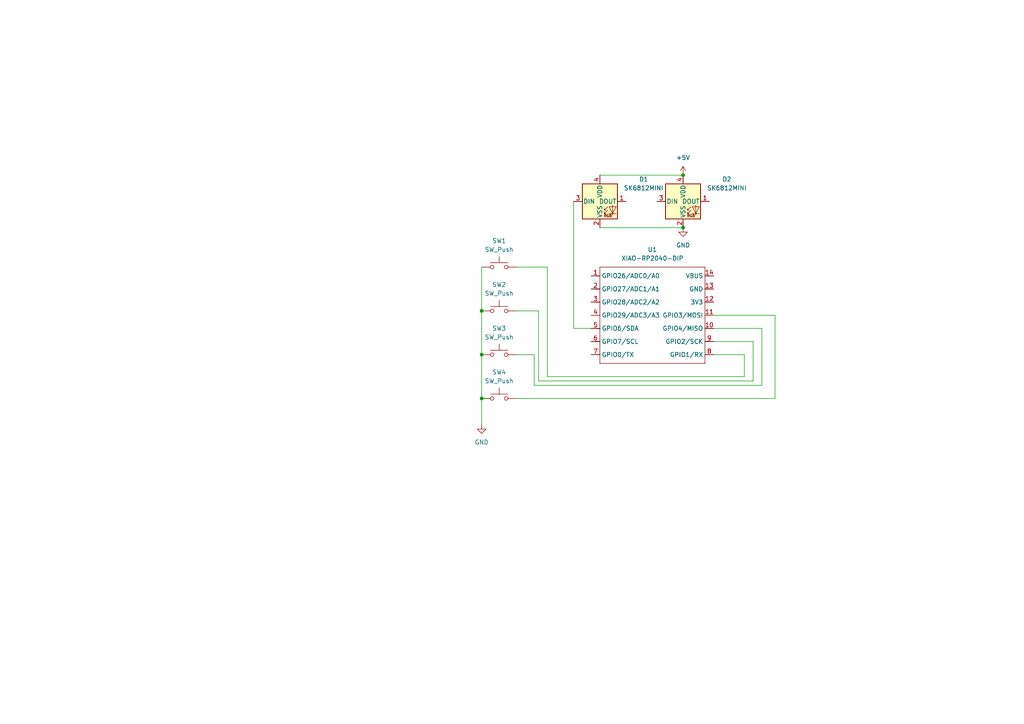
<source format=kicad_sch>
(kicad_sch (version 20250114) (generator "eeschema") (generator_version "9.0")
  (paper "A4")
  (lib_symbols
    (symbol "LED:SK6812MINI" (pin_names (offset 0.254))
      (property "Reference" "D" (at 5.08 5.715 0))
      (property "Value" "SK6812MINI" (at 1.27 -5.715 0))
      (symbol "SK6812MINI_0_0"
        (text "RGB" (at 2.286 -4.191 0) (effects (font (size 0.762 0.762))))
      )
      (symbol "SK6812MINI_0_1"
        (polyline (pts (xy 1.27 -2.54) (xy 1.778 -2.54)))
        (polyline (pts (xy 1.27 -3.556) (xy 1.778 -3.556)))
        (polyline (pts (xy 2.286 -1.524) (xy 1.27 -2.54) (xy 1.27 -2.032)))
        (polyline (pts (xy 2.286 -2.54) (xy 1.27 -3.556) (xy 1.27 -3.048)))
        (polyline (pts (xy 3.683 -1.016) (xy 3.683 -3.556) (xy 3.683 -4.064)))
        (polyline (pts (xy 4.699 -1.524) (xy 2.667 -1.524) (xy 3.683 -3.556) (xy 4.699 -1.524)))
        (polyline (pts (xy 4.699 -3.556) (xy 2.667 -3.556)))
        (rectangle (start 5.08 5.08) (end -5.08 -5.08) (stroke (width 0.254)) (fill (type background)))
      )
      (symbol "SK6812MINI_1_1"
        (pin input line (at -7.62 0 0) (length 2.54) (name "DIN") (number "3"))
        (pin power_in line (at 0 7.62 270) (length 2.54) (name "VDD") (number "4"))
        (pin power_in line (at 0 -7.62 90) (length 2.54) (name "VSS") (number "2"))
        (pin output line (at 7.62 0 180) (length 2.54) (name "DOUT") (number "1"))
      )
    )
    (symbol "Seeed_Studio_XIAO_Series:XIAO-RP2040-DIP"
      (property "Reference" "U" (at 0 0 0))
      (property "Value" "XIAO-RP2040-DIP" (at 5.334 -1.778 0))
      (symbol "XIAO-RP2040-DIP_1_0"
        (polyline (pts (xy -1.27 -2.54) (xy 29.21 -2.54)) (stroke (width 0.1524)))
        (polyline (pts (xy -1.27 -5.08) (xy -2.54 -5.08)) (stroke (width 0.1524)))
        (polyline (pts (xy -1.27 -5.08) (xy -1.27 -2.54)) (stroke (width 0.1524)))
        (polyline (pts (xy -1.27 -8.89) (xy -2.54 -8.89)) (stroke (width 0.1524)))
        (polyline (pts (xy -1.27 -8.89) (xy -1.27 -5.08)) (stroke (width 0.1524)))
        (polyline (pts (xy -1.27 -12.7) (xy -2.54 -12.7)) (stroke (width 0.1524)))
        (polyline (pts (xy -1.27 -12.7) (xy -1.27 -8.89)) (stroke (width 0.1524)))
        (polyline (pts (xy -1.27 -16.51) (xy -2.54 -16.51)) (stroke (width 0.1524)))
        (polyline (pts (xy -1.27 -16.51) (xy -1.27 -12.7)) (stroke (width 0.1524)))
        (polyline (pts (xy -1.27 -20.32) (xy -2.54 -20.32)) (stroke (width 0.1524)))
        (polyline (pts (xy -1.27 -24.13) (xy -2.54 -24.13)) (stroke (width 0.1524)))
        (polyline (pts (xy -1.27 -27.94) (xy -2.54 -27.94)) (stroke (width 0.1524)))
        (polyline (pts (xy -1.27 -30.48) (xy -1.27 -16.51)) (stroke (width 0.1524)))
        (polyline (pts (xy 29.21 -2.54) (xy 29.21 -5.08)) (stroke (width 0.1524)))
        (polyline (pts (xy 29.21 -5.08) (xy 29.21 -8.89)) (stroke (width 0.1524)))
        (polyline (pts (xy 29.21 -8.89) (xy 29.21 -12.7)) (stroke (width 0.1524)))
        (polyline (pts (xy 29.21 -12.7) (xy 29.21 -30.48)) (stroke (width 0.1524)))
        (polyline (pts (xy 29.21 -30.48) (xy -1.27 -30.48)) (stroke (width 0.1524)))
        (polyline (pts (xy 30.48 -5.08) (xy 29.21 -5.08)) (stroke (width 0.1524)))
        (polyline (pts (xy 30.48 -8.89) (xy 29.21 -8.89)) (stroke (width 0.1524)))
        (polyline (pts (xy 30.48 -12.7) (xy 29.21 -12.7)) (stroke (width 0.1524)))
        (polyline (pts (xy 30.48 -16.51) (xy 29.21 -16.51)) (stroke (width 0.1524)))
        (polyline (pts (xy 30.48 -20.32) (xy 29.21 -20.32)) (stroke (width 0.1524)))
        (polyline (pts (xy 30.48 -24.13) (xy 29.21 -24.13)) (stroke (width 0.1524)))
        (polyline (pts (xy 30.48 -27.94) (xy 29.21 -27.94)) (stroke (width 0.1524)))
        (pin passive line (at -3.81 -5.08 0) (length 2.54) (name "GPIO26/ADC0/A0") (number "1"))
        (pin passive line (at -3.81 -8.89 0) (length 2.54) (name "GPIO27/ADC1/A1") (number "2"))
        (pin passive line (at -3.81 -12.7 0) (length 2.54) (name "GPIO28/ADC2/A2") (number "3"))
        (pin passive line (at -3.81 -16.51 0) (length 2.54) (name "GPIO29/ADC3/A3") (number "4"))
        (pin passive line (at -3.81 -20.32 0) (length 2.54) (name "GPIO6/SDA") (number "5"))
        (pin passive line (at -3.81 -24.13 0) (length 2.54) (name "GPIO7/SCL") (number "6"))
        (pin passive line (at -3.81 -27.94 0) (length 2.54) (name "GPIO0/TX") (number "7"))
        (pin passive line (at 31.75 -5.08 180) (length 2.54) (name "VBUS") (number "14"))
        (pin passive line (at 31.75 -8.89 180) (length 2.54) (name "GND") (number "13"))
        (pin passive line (at 31.75 -12.7 180) (length 2.54) (name "3V3") (number "12"))
        (pin passive line (at 31.75 -16.51 180) (length 2.54) (name "GPIO3/MOSI") (number "11"))
        (pin passive line (at 31.75 -20.32 180) (length 2.54) (name "GPIO4/MISO") (number "10"))
        (pin passive line (at 31.75 -24.13 180) (length 2.54) (name "GPIO2/SCK") (number "9"))
        (pin passive line (at 31.75 -27.94 180) (length 2.54) (name "GPIO1/RX") (number "8"))
      )
    )
    (symbol "Switch:SW_Push" (pin_numbers (hide yes)) (pin_names (offset 1.016) (hide yes))
      (property "Reference" "SW" (at 1.27 2.54 0))
      (property "Value" "SW_Push" (at 0 -1.524 0))
      (symbol "SW_Push_0_1"
        (circle (center -2.032 0) (radius 0.508))
        (polyline (pts (xy 0 1.27) (xy 0 3.048)))
        (circle (center 2.032 0) (radius 0.508))
        (polyline (pts (xy 2.54 1.27) (xy -2.54 1.27)))
        (pin passive line (at -5.08 0 0) (length 2.54) (name "1") (number "1"))
        (pin passive line (at 5.08 0 180) (length 2.54) (name "2") (number "2"))
      )
    )
    (symbol "power:+5V" (power) (pin_numbers (hide yes)) (pin_names (offset 0) (hide yes))
      (property "Value" "+5V" (at 0 3.556 0))
      (symbol "+5V_0_1"
        (polyline (pts (xy -0.762 1.27) (xy 0 2.54)))
        (polyline (pts (xy 0 2.54) (xy 0.762 1.27)))
        (polyline (pts (xy 0 0) (xy 0 2.54)))
      )
      (symbol "+5V_1_1"
        (pin power_in line (at 0 0 90) (length 0) (name "~") (number "1"))
      )
    )
    (symbol "power:GND" (power) (pin_numbers (hide yes)) (pin_names (offset 0) (hide yes))
      (property "Value" "GND" (at 0 -3.81 0))
      (symbol "GND_0_1"
        (polyline (pts (xy 0 0) (xy 0 -1.27) (xy 1.27 -1.27) (xy 0 -2.54) (xy -1.27 -1.27) (xy 0 -1.27)))
      )
      (symbol "GND_1_1"
        (pin power_in line (at 0 0 270) (length 0) (name "~") (number "1"))
      )
    )
  )
  (junction (at 198.12 50.8))
  (junction (at 139.7 102.87))
  (junction (at 139.7 115.57))
  (junction (at 139.7 90.17))
  (junction (at 198.12 66.04))
  (wire (pts (xy 220.98 95.25) (xy 220.98 111.76)))
  (wire (pts (xy 218.44 110.49) (xy 156.21 110.49)))
  (wire (pts (xy 218.44 99.06) (xy 218.44 110.49)))
  (wire (pts (xy 139.7 102.87) (xy 139.7 115.57)))
  (wire (pts (xy 224.79 91.44) (xy 224.79 115.57)))
  (wire (pts (xy 207.01 99.06) (xy 218.44 99.06)))
  (wire (pts (xy 142.24 115.57) (xy 139.7 115.57)))
  (wire (pts (xy 154.94 111.76) (xy 154.94 102.87)))
  (wire (pts (xy 207.01 95.25) (xy 220.98 95.25)))
  (wire (pts (xy 139.7 115.57) (xy 139.7 123.19)))
  (wire (pts (xy 166.37 58.42) (xy 166.37 95.25)))
  (wire (pts (xy 215.9 102.87) (xy 215.9 109.22)))
  (wire (pts (xy 173.99 66.04) (xy 198.12 66.04)))
  (wire (pts (xy 158.75 77.47) (xy 149.86 77.47)))
  (wire (pts (xy 207.01 91.44) (xy 224.79 91.44)))
  (wire (pts (xy 158.75 109.22) (xy 158.75 77.47)))
  (wire (pts (xy 207.01 102.87) (xy 215.9 102.87)))
  (wire (pts (xy 154.94 102.87) (xy 149.86 102.87)))
  (wire (pts (xy 166.37 95.25) (xy 171.45 95.25)))
  (wire (pts (xy 149.86 90.17) (xy 156.21 90.17)))
  (wire (pts (xy 224.79 115.57) (xy 149.86 115.57)))
  (wire (pts (xy 173.99 50.8) (xy 198.12 50.8)))
  (wire (pts (xy 139.7 90.17) (xy 139.7 102.87)))
  (wire (pts (xy 215.9 109.22) (xy 158.75 109.22)))
  (wire (pts (xy 220.98 111.76) (xy 154.94 111.76)))
  (wire (pts (xy 139.7 77.47) (xy 139.7 90.17)))
  (wire (pts (xy 156.21 110.49) (xy 156.21 90.17)))
  (symbol (lib_id "Switch:SW_Push") (at 144.78 77.47 0) (unit 1)
    (property "Reference" "SW1" (at 144.78 69.85 0))
    (property "Value" "SW_Push" (at 144.78 72.39 0))
    (property "Footprint" "Button_Switch_Keyboard:SW_Cherry_MX_1.00u_PCB" (effects (hide yes)))
    (property "Description" "Push button switch, generic, two pins" (effects (hide yes)))
  )
  (symbol (lib_id "power:GND") (at 139.7 123.19 0) (unit 1)
    (property "Reference" "#PWR01" (effects (hide yes)))
    (property "Value" "GND" (at 139.7 128.27 0))
    (property "Description" "Power symbol creates a global label with name \"GND\" , ground" (effects (hide yes)))
  )
  (symbol (lib_id "Seeed_Studio_XIAO_Series:XIAO-RP2040-DIP") (at 175.26 74.93 0) (unit 1)
    (property "Reference" "U1" (at 189.23 72.39 0))
    (property "Value" "XIAO-RP2040-DIP" (at 189.23 74.93 0))
    (property "Footprint" "customparts:XIAO-RP2040-DIP" (effects (hide yes)))
  )
  (symbol (lib_id "power:+5V") (at 198.12 50.8 0) (unit 1)
    (property "Reference" "#PWR03" (effects (hide yes)))
    (property "Value" "+5V" (at 198.12 45.72 0))
    (property "Description" "Power symbol creates a global label with name \"+5V\"" (effects (hide yes)))
  )
  (symbol (lib_id "power:GND") (at 198.12 66.04 0) (unit 1)
    (property "Reference" "#PWR02" (effects (hide yes)))
    (property "Value" "GND" (at 198.12 71.12 0))
    (property "Description" "Power symbol creates a global label with name \"GND\" , ground" (effects (hide yes)))
  )
  (symbol (lib_id "Switch:SW_Push") (at 144.78 115.57 0) (unit 1)
    (property "Reference" "SW4" (at 144.78 107.95 0))
    (property "Value" "SW_Push" (at 144.78 110.49 0))
    (property "Footprint" "Button_Switch_Keyboard:SW_Cherry_MX_1.00u_PCB" (effects (hide yes)))
    (property "Description" "Push button switch, generic, two pins" (effects (hide yes)))
  )
  (symbol (lib_id "Switch:SW_Push") (at 144.78 90.17 0) (unit 1)
    (property "Reference" "SW2" (at 144.78 82.55 0))
    (property "Value" "SW_Push" (at 144.78 85.09 0))
    (property "Footprint" "Button_Switch_Keyboard:SW_Cherry_MX_1.00u_PCB" (effects (hide yes)))
    (property "Description" "Push button switch, generic, two pins" (effects (hide yes)))
  )
  (symbol (lib_id "LED:SK6812MINI") (at 173.99 58.42 0) (unit 1)
    (property "Reference" "D1" (at 186.69 51.9998 0))
    (property "Value" "SK6812MINI" (at 186.69 54.5398 0))
    (property "Footprint" "LED_SMD:LED_SK6812MINI_PLCC4_3.5x3.5mm_P1.75mm" (effects (hide yes)))
    (property "Datasheet" "https://cdn-shop.adafruit.com/product-files/2686/SK6812MINI_REV.01-1-2.pdf" (effects (hide yes)))
    (property "Description" "RGB LED with integrated controller" (effects (hide yes)))
  )
  (symbol (lib_id "LED:SK6812MINI") (at 198.12 58.42 0) (unit 1)
    (property "Reference" "D2" (at 210.82 51.9998 0))
    (property "Value" "SK6812MINI" (at 210.82 54.5398 0))
    (property "Footprint" "LED_SMD:LED_SK6812MINI_PLCC4_3.5x3.5mm_P1.75mm" (effects (hide yes)))
    (property "Datasheet" "https://cdn-shop.adafruit.com/product-files/2686/SK6812MINI_REV.01-1-2.pdf" (effects (hide yes)))
    (property "Description" "RGB LED with integrated controller" (effects (hide yes)))
  )
  (symbol (lib_id "Switch:SW_Push") (at 144.78 102.87 0) (unit 1)
    (property "Reference" "SW3" (at 144.78 95.25 0))
    (property "Value" "SW_Push" (at 144.78 97.79 0))
    (property "Footprint" "Button_Switch_Keyboard:SW_Cherry_MX_1.00u_PCB" (effects (hide yes)))
    (property "Description" "Push button switch, generic, two pins" (effects (hide yes)))
  )
)
</source>
